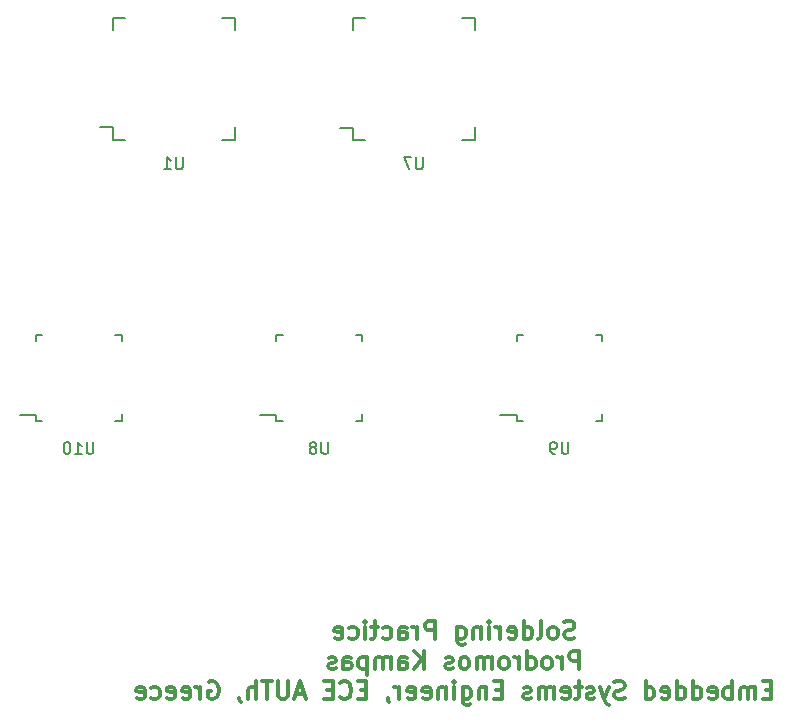
<source format=gbr>
G04 #@! TF.GenerationSoftware,KiCad,Pcbnew,(5.1.5)-3*
G04 #@! TF.CreationDate,2020-04-26T20:22:25+03:00*
G04 #@! TF.ProjectId,PCB soldering test board,50434220-736f-46c6-9465-72696e672074,rev?*
G04 #@! TF.SameCoordinates,Original*
G04 #@! TF.FileFunction,Legend,Bot*
G04 #@! TF.FilePolarity,Positive*
%FSLAX46Y46*%
G04 Gerber Fmt 4.6, Leading zero omitted, Abs format (unit mm)*
G04 Created by KiCad (PCBNEW (5.1.5)-3) date 2020-04-26 20:22:25*
%MOMM*%
%LPD*%
G04 APERTURE LIST*
%ADD10C,0.300000*%
%ADD11C,0.150000*%
G04 APERTURE END LIST*
D10*
X118093011Y-110858542D02*
X117878725Y-110929971D01*
X117521582Y-110929971D01*
X117378725Y-110858542D01*
X117307297Y-110787114D01*
X117235868Y-110644257D01*
X117235868Y-110501400D01*
X117307297Y-110358542D01*
X117378725Y-110287114D01*
X117521582Y-110215685D01*
X117807297Y-110144257D01*
X117950154Y-110072828D01*
X118021582Y-110001400D01*
X118093011Y-109858542D01*
X118093011Y-109715685D01*
X118021582Y-109572828D01*
X117950154Y-109501400D01*
X117807297Y-109429971D01*
X117450154Y-109429971D01*
X117235868Y-109501400D01*
X116378725Y-110929971D02*
X116521582Y-110858542D01*
X116593011Y-110787114D01*
X116664440Y-110644257D01*
X116664440Y-110215685D01*
X116593011Y-110072828D01*
X116521582Y-110001400D01*
X116378725Y-109929971D01*
X116164440Y-109929971D01*
X116021582Y-110001400D01*
X115950154Y-110072828D01*
X115878725Y-110215685D01*
X115878725Y-110644257D01*
X115950154Y-110787114D01*
X116021582Y-110858542D01*
X116164440Y-110929971D01*
X116378725Y-110929971D01*
X115021582Y-110929971D02*
X115164440Y-110858542D01*
X115235868Y-110715685D01*
X115235868Y-109429971D01*
X113807297Y-110929971D02*
X113807297Y-109429971D01*
X113807297Y-110858542D02*
X113950154Y-110929971D01*
X114235868Y-110929971D01*
X114378725Y-110858542D01*
X114450154Y-110787114D01*
X114521582Y-110644257D01*
X114521582Y-110215685D01*
X114450154Y-110072828D01*
X114378725Y-110001400D01*
X114235868Y-109929971D01*
X113950154Y-109929971D01*
X113807297Y-110001400D01*
X112521582Y-110858542D02*
X112664440Y-110929971D01*
X112950154Y-110929971D01*
X113093011Y-110858542D01*
X113164440Y-110715685D01*
X113164440Y-110144257D01*
X113093011Y-110001400D01*
X112950154Y-109929971D01*
X112664440Y-109929971D01*
X112521582Y-110001400D01*
X112450154Y-110144257D01*
X112450154Y-110287114D01*
X113164440Y-110429971D01*
X111807297Y-110929971D02*
X111807297Y-109929971D01*
X111807297Y-110215685D02*
X111735868Y-110072828D01*
X111664440Y-110001400D01*
X111521582Y-109929971D01*
X111378725Y-109929971D01*
X110878725Y-110929971D02*
X110878725Y-109929971D01*
X110878725Y-109429971D02*
X110950154Y-109501400D01*
X110878725Y-109572828D01*
X110807297Y-109501400D01*
X110878725Y-109429971D01*
X110878725Y-109572828D01*
X110164440Y-109929971D02*
X110164440Y-110929971D01*
X110164440Y-110072828D02*
X110093011Y-110001400D01*
X109950154Y-109929971D01*
X109735868Y-109929971D01*
X109593011Y-110001400D01*
X109521582Y-110144257D01*
X109521582Y-110929971D01*
X108164440Y-109929971D02*
X108164440Y-111144257D01*
X108235868Y-111287114D01*
X108307297Y-111358542D01*
X108450154Y-111429971D01*
X108664440Y-111429971D01*
X108807297Y-111358542D01*
X108164440Y-110858542D02*
X108307297Y-110929971D01*
X108593011Y-110929971D01*
X108735868Y-110858542D01*
X108807297Y-110787114D01*
X108878725Y-110644257D01*
X108878725Y-110215685D01*
X108807297Y-110072828D01*
X108735868Y-110001400D01*
X108593011Y-109929971D01*
X108307297Y-109929971D01*
X108164440Y-110001400D01*
X106307297Y-110929971D02*
X106307297Y-109429971D01*
X105735868Y-109429971D01*
X105593011Y-109501400D01*
X105521582Y-109572828D01*
X105450154Y-109715685D01*
X105450154Y-109929971D01*
X105521582Y-110072828D01*
X105593011Y-110144257D01*
X105735868Y-110215685D01*
X106307297Y-110215685D01*
X104807297Y-110929971D02*
X104807297Y-109929971D01*
X104807297Y-110215685D02*
X104735868Y-110072828D01*
X104664440Y-110001400D01*
X104521582Y-109929971D01*
X104378725Y-109929971D01*
X103235868Y-110929971D02*
X103235868Y-110144257D01*
X103307297Y-110001400D01*
X103450154Y-109929971D01*
X103735868Y-109929971D01*
X103878725Y-110001400D01*
X103235868Y-110858542D02*
X103378725Y-110929971D01*
X103735868Y-110929971D01*
X103878725Y-110858542D01*
X103950154Y-110715685D01*
X103950154Y-110572828D01*
X103878725Y-110429971D01*
X103735868Y-110358542D01*
X103378725Y-110358542D01*
X103235868Y-110287114D01*
X101878725Y-110858542D02*
X102021582Y-110929971D01*
X102307297Y-110929971D01*
X102450154Y-110858542D01*
X102521582Y-110787114D01*
X102593011Y-110644257D01*
X102593011Y-110215685D01*
X102521582Y-110072828D01*
X102450154Y-110001400D01*
X102307297Y-109929971D01*
X102021582Y-109929971D01*
X101878725Y-110001400D01*
X101450154Y-109929971D02*
X100878725Y-109929971D01*
X101235868Y-109429971D02*
X101235868Y-110715685D01*
X101164440Y-110858542D01*
X101021582Y-110929971D01*
X100878725Y-110929971D01*
X100378725Y-110929971D02*
X100378725Y-109929971D01*
X100378725Y-109429971D02*
X100450154Y-109501400D01*
X100378725Y-109572828D01*
X100307297Y-109501400D01*
X100378725Y-109429971D01*
X100378725Y-109572828D01*
X99021582Y-110858542D02*
X99164440Y-110929971D01*
X99450154Y-110929971D01*
X99593011Y-110858542D01*
X99664440Y-110787114D01*
X99735868Y-110644257D01*
X99735868Y-110215685D01*
X99664440Y-110072828D01*
X99593011Y-110001400D01*
X99450154Y-109929971D01*
X99164440Y-109929971D01*
X99021582Y-110001400D01*
X97807297Y-110858542D02*
X97950154Y-110929971D01*
X98235868Y-110929971D01*
X98378725Y-110858542D01*
X98450154Y-110715685D01*
X98450154Y-110144257D01*
X98378725Y-110001400D01*
X98235868Y-109929971D01*
X97950154Y-109929971D01*
X97807297Y-110001400D01*
X97735868Y-110144257D01*
X97735868Y-110287114D01*
X98450154Y-110429971D01*
X118521582Y-113479971D02*
X118521582Y-111979971D01*
X117950154Y-111979971D01*
X117807297Y-112051400D01*
X117735868Y-112122828D01*
X117664440Y-112265685D01*
X117664440Y-112479971D01*
X117735868Y-112622828D01*
X117807297Y-112694257D01*
X117950154Y-112765685D01*
X118521582Y-112765685D01*
X117021582Y-113479971D02*
X117021582Y-112479971D01*
X117021582Y-112765685D02*
X116950154Y-112622828D01*
X116878725Y-112551400D01*
X116735868Y-112479971D01*
X116593011Y-112479971D01*
X115878725Y-113479971D02*
X116021582Y-113408542D01*
X116093011Y-113337114D01*
X116164440Y-113194257D01*
X116164440Y-112765685D01*
X116093011Y-112622828D01*
X116021582Y-112551400D01*
X115878725Y-112479971D01*
X115664440Y-112479971D01*
X115521582Y-112551400D01*
X115450154Y-112622828D01*
X115378725Y-112765685D01*
X115378725Y-113194257D01*
X115450154Y-113337114D01*
X115521582Y-113408542D01*
X115664440Y-113479971D01*
X115878725Y-113479971D01*
X114093011Y-113479971D02*
X114093011Y-111979971D01*
X114093011Y-113408542D02*
X114235868Y-113479971D01*
X114521582Y-113479971D01*
X114664440Y-113408542D01*
X114735868Y-113337114D01*
X114807297Y-113194257D01*
X114807297Y-112765685D01*
X114735868Y-112622828D01*
X114664440Y-112551400D01*
X114521582Y-112479971D01*
X114235868Y-112479971D01*
X114093011Y-112551400D01*
X113378725Y-113479971D02*
X113378725Y-112479971D01*
X113378725Y-112765685D02*
X113307297Y-112622828D01*
X113235868Y-112551400D01*
X113093011Y-112479971D01*
X112950154Y-112479971D01*
X112235868Y-113479971D02*
X112378725Y-113408542D01*
X112450154Y-113337114D01*
X112521582Y-113194257D01*
X112521582Y-112765685D01*
X112450154Y-112622828D01*
X112378725Y-112551400D01*
X112235868Y-112479971D01*
X112021582Y-112479971D01*
X111878725Y-112551400D01*
X111807297Y-112622828D01*
X111735868Y-112765685D01*
X111735868Y-113194257D01*
X111807297Y-113337114D01*
X111878725Y-113408542D01*
X112021582Y-113479971D01*
X112235868Y-113479971D01*
X111093011Y-113479971D02*
X111093011Y-112479971D01*
X111093011Y-112622828D02*
X111021582Y-112551400D01*
X110878725Y-112479971D01*
X110664440Y-112479971D01*
X110521582Y-112551400D01*
X110450154Y-112694257D01*
X110450154Y-113479971D01*
X110450154Y-112694257D02*
X110378725Y-112551400D01*
X110235868Y-112479971D01*
X110021582Y-112479971D01*
X109878725Y-112551400D01*
X109807297Y-112694257D01*
X109807297Y-113479971D01*
X108878725Y-113479971D02*
X109021582Y-113408542D01*
X109093011Y-113337114D01*
X109164440Y-113194257D01*
X109164440Y-112765685D01*
X109093011Y-112622828D01*
X109021582Y-112551400D01*
X108878725Y-112479971D01*
X108664440Y-112479971D01*
X108521582Y-112551400D01*
X108450154Y-112622828D01*
X108378725Y-112765685D01*
X108378725Y-113194257D01*
X108450154Y-113337114D01*
X108521582Y-113408542D01*
X108664440Y-113479971D01*
X108878725Y-113479971D01*
X107807297Y-113408542D02*
X107664440Y-113479971D01*
X107378725Y-113479971D01*
X107235868Y-113408542D01*
X107164440Y-113265685D01*
X107164440Y-113194257D01*
X107235868Y-113051400D01*
X107378725Y-112979971D01*
X107593011Y-112979971D01*
X107735868Y-112908542D01*
X107807297Y-112765685D01*
X107807297Y-112694257D01*
X107735868Y-112551400D01*
X107593011Y-112479971D01*
X107378725Y-112479971D01*
X107235868Y-112551400D01*
X105378725Y-113479971D02*
X105378725Y-111979971D01*
X104521582Y-113479971D02*
X105164440Y-112622828D01*
X104521582Y-111979971D02*
X105378725Y-112837114D01*
X103235868Y-113479971D02*
X103235868Y-112694257D01*
X103307297Y-112551400D01*
X103450154Y-112479971D01*
X103735868Y-112479971D01*
X103878725Y-112551400D01*
X103235868Y-113408542D02*
X103378725Y-113479971D01*
X103735868Y-113479971D01*
X103878725Y-113408542D01*
X103950154Y-113265685D01*
X103950154Y-113122828D01*
X103878725Y-112979971D01*
X103735868Y-112908542D01*
X103378725Y-112908542D01*
X103235868Y-112837114D01*
X102521582Y-113479971D02*
X102521582Y-112479971D01*
X102521582Y-112622828D02*
X102450154Y-112551400D01*
X102307297Y-112479971D01*
X102093011Y-112479971D01*
X101950154Y-112551400D01*
X101878725Y-112694257D01*
X101878725Y-113479971D01*
X101878725Y-112694257D02*
X101807297Y-112551400D01*
X101664440Y-112479971D01*
X101450154Y-112479971D01*
X101307297Y-112551400D01*
X101235868Y-112694257D01*
X101235868Y-113479971D01*
X100521582Y-112479971D02*
X100521582Y-113979971D01*
X100521582Y-112551400D02*
X100378725Y-112479971D01*
X100093011Y-112479971D01*
X99950154Y-112551400D01*
X99878725Y-112622828D01*
X99807297Y-112765685D01*
X99807297Y-113194257D01*
X99878725Y-113337114D01*
X99950154Y-113408542D01*
X100093011Y-113479971D01*
X100378725Y-113479971D01*
X100521582Y-113408542D01*
X98521582Y-113479971D02*
X98521582Y-112694257D01*
X98593011Y-112551400D01*
X98735868Y-112479971D01*
X99021582Y-112479971D01*
X99164440Y-112551400D01*
X98521582Y-113408542D02*
X98664440Y-113479971D01*
X99021582Y-113479971D01*
X99164440Y-113408542D01*
X99235868Y-113265685D01*
X99235868Y-113122828D01*
X99164440Y-112979971D01*
X99021582Y-112908542D01*
X98664440Y-112908542D01*
X98521582Y-112837114D01*
X97878725Y-113408542D02*
X97735868Y-113479971D01*
X97450154Y-113479971D01*
X97307297Y-113408542D01*
X97235868Y-113265685D01*
X97235868Y-113194257D01*
X97307297Y-113051400D01*
X97450154Y-112979971D01*
X97664440Y-112979971D01*
X97807297Y-112908542D01*
X97878725Y-112765685D01*
X97878725Y-112694257D01*
X97807297Y-112551400D01*
X97664440Y-112479971D01*
X97450154Y-112479971D01*
X97307297Y-112551400D01*
X134771582Y-115244257D02*
X134271582Y-115244257D01*
X134057297Y-116029971D02*
X134771582Y-116029971D01*
X134771582Y-114529971D01*
X134057297Y-114529971D01*
X133414440Y-116029971D02*
X133414440Y-115029971D01*
X133414440Y-115172828D02*
X133343011Y-115101400D01*
X133200154Y-115029971D01*
X132985868Y-115029971D01*
X132843011Y-115101400D01*
X132771582Y-115244257D01*
X132771582Y-116029971D01*
X132771582Y-115244257D02*
X132700154Y-115101400D01*
X132557297Y-115029971D01*
X132343011Y-115029971D01*
X132200154Y-115101400D01*
X132128725Y-115244257D01*
X132128725Y-116029971D01*
X131414440Y-116029971D02*
X131414440Y-114529971D01*
X131414440Y-115101400D02*
X131271582Y-115029971D01*
X130985868Y-115029971D01*
X130843011Y-115101400D01*
X130771582Y-115172828D01*
X130700154Y-115315685D01*
X130700154Y-115744257D01*
X130771582Y-115887114D01*
X130843011Y-115958542D01*
X130985868Y-116029971D01*
X131271582Y-116029971D01*
X131414440Y-115958542D01*
X129485868Y-115958542D02*
X129628725Y-116029971D01*
X129914440Y-116029971D01*
X130057297Y-115958542D01*
X130128725Y-115815685D01*
X130128725Y-115244257D01*
X130057297Y-115101400D01*
X129914440Y-115029971D01*
X129628725Y-115029971D01*
X129485868Y-115101400D01*
X129414440Y-115244257D01*
X129414440Y-115387114D01*
X130128725Y-115529971D01*
X128128725Y-116029971D02*
X128128725Y-114529971D01*
X128128725Y-115958542D02*
X128271582Y-116029971D01*
X128557297Y-116029971D01*
X128700154Y-115958542D01*
X128771582Y-115887114D01*
X128843011Y-115744257D01*
X128843011Y-115315685D01*
X128771582Y-115172828D01*
X128700154Y-115101400D01*
X128557297Y-115029971D01*
X128271582Y-115029971D01*
X128128725Y-115101400D01*
X126771582Y-116029971D02*
X126771582Y-114529971D01*
X126771582Y-115958542D02*
X126914440Y-116029971D01*
X127200154Y-116029971D01*
X127343011Y-115958542D01*
X127414440Y-115887114D01*
X127485868Y-115744257D01*
X127485868Y-115315685D01*
X127414440Y-115172828D01*
X127343011Y-115101400D01*
X127200154Y-115029971D01*
X126914440Y-115029971D01*
X126771582Y-115101400D01*
X125485868Y-115958542D02*
X125628725Y-116029971D01*
X125914440Y-116029971D01*
X126057297Y-115958542D01*
X126128725Y-115815685D01*
X126128725Y-115244257D01*
X126057297Y-115101400D01*
X125914440Y-115029971D01*
X125628725Y-115029971D01*
X125485868Y-115101400D01*
X125414440Y-115244257D01*
X125414440Y-115387114D01*
X126128725Y-115529971D01*
X124128725Y-116029971D02*
X124128725Y-114529971D01*
X124128725Y-115958542D02*
X124271582Y-116029971D01*
X124557297Y-116029971D01*
X124700154Y-115958542D01*
X124771582Y-115887114D01*
X124843011Y-115744257D01*
X124843011Y-115315685D01*
X124771582Y-115172828D01*
X124700154Y-115101400D01*
X124557297Y-115029971D01*
X124271582Y-115029971D01*
X124128725Y-115101400D01*
X122343011Y-115958542D02*
X122128725Y-116029971D01*
X121771582Y-116029971D01*
X121628725Y-115958542D01*
X121557297Y-115887114D01*
X121485868Y-115744257D01*
X121485868Y-115601400D01*
X121557297Y-115458542D01*
X121628725Y-115387114D01*
X121771582Y-115315685D01*
X122057297Y-115244257D01*
X122200154Y-115172828D01*
X122271582Y-115101400D01*
X122343011Y-114958542D01*
X122343011Y-114815685D01*
X122271582Y-114672828D01*
X122200154Y-114601400D01*
X122057297Y-114529971D01*
X121700154Y-114529971D01*
X121485868Y-114601400D01*
X120985868Y-115029971D02*
X120628725Y-116029971D01*
X120271582Y-115029971D02*
X120628725Y-116029971D01*
X120771582Y-116387114D01*
X120843011Y-116458542D01*
X120985868Y-116529971D01*
X119771582Y-115958542D02*
X119628725Y-116029971D01*
X119343011Y-116029971D01*
X119200154Y-115958542D01*
X119128725Y-115815685D01*
X119128725Y-115744257D01*
X119200154Y-115601400D01*
X119343011Y-115529971D01*
X119557297Y-115529971D01*
X119700154Y-115458542D01*
X119771582Y-115315685D01*
X119771582Y-115244257D01*
X119700154Y-115101400D01*
X119557297Y-115029971D01*
X119343011Y-115029971D01*
X119200154Y-115101400D01*
X118700154Y-115029971D02*
X118128725Y-115029971D01*
X118485868Y-114529971D02*
X118485868Y-115815685D01*
X118414440Y-115958542D01*
X118271582Y-116029971D01*
X118128725Y-116029971D01*
X117057297Y-115958542D02*
X117200154Y-116029971D01*
X117485868Y-116029971D01*
X117628725Y-115958542D01*
X117700154Y-115815685D01*
X117700154Y-115244257D01*
X117628725Y-115101400D01*
X117485868Y-115029971D01*
X117200154Y-115029971D01*
X117057297Y-115101400D01*
X116985868Y-115244257D01*
X116985868Y-115387114D01*
X117700154Y-115529971D01*
X116343011Y-116029971D02*
X116343011Y-115029971D01*
X116343011Y-115172828D02*
X116271582Y-115101400D01*
X116128725Y-115029971D01*
X115914440Y-115029971D01*
X115771582Y-115101400D01*
X115700154Y-115244257D01*
X115700154Y-116029971D01*
X115700154Y-115244257D02*
X115628725Y-115101400D01*
X115485868Y-115029971D01*
X115271582Y-115029971D01*
X115128725Y-115101400D01*
X115057297Y-115244257D01*
X115057297Y-116029971D01*
X114414440Y-115958542D02*
X114271582Y-116029971D01*
X113985868Y-116029971D01*
X113843011Y-115958542D01*
X113771582Y-115815685D01*
X113771582Y-115744257D01*
X113843011Y-115601400D01*
X113985868Y-115529971D01*
X114200154Y-115529971D01*
X114343011Y-115458542D01*
X114414440Y-115315685D01*
X114414440Y-115244257D01*
X114343011Y-115101400D01*
X114200154Y-115029971D01*
X113985868Y-115029971D01*
X113843011Y-115101400D01*
X111985868Y-115244257D02*
X111485868Y-115244257D01*
X111271582Y-116029971D02*
X111985868Y-116029971D01*
X111985868Y-114529971D01*
X111271582Y-114529971D01*
X110628725Y-115029971D02*
X110628725Y-116029971D01*
X110628725Y-115172828D02*
X110557297Y-115101400D01*
X110414440Y-115029971D01*
X110200154Y-115029971D01*
X110057297Y-115101400D01*
X109985868Y-115244257D01*
X109985868Y-116029971D01*
X108628725Y-115029971D02*
X108628725Y-116244257D01*
X108700154Y-116387114D01*
X108771582Y-116458542D01*
X108914440Y-116529971D01*
X109128725Y-116529971D01*
X109271582Y-116458542D01*
X108628725Y-115958542D02*
X108771582Y-116029971D01*
X109057297Y-116029971D01*
X109200154Y-115958542D01*
X109271582Y-115887114D01*
X109343011Y-115744257D01*
X109343011Y-115315685D01*
X109271582Y-115172828D01*
X109200154Y-115101400D01*
X109057297Y-115029971D01*
X108771582Y-115029971D01*
X108628725Y-115101400D01*
X107914440Y-116029971D02*
X107914440Y-115029971D01*
X107914440Y-114529971D02*
X107985868Y-114601400D01*
X107914440Y-114672828D01*
X107843011Y-114601400D01*
X107914440Y-114529971D01*
X107914440Y-114672828D01*
X107200154Y-115029971D02*
X107200154Y-116029971D01*
X107200154Y-115172828D02*
X107128725Y-115101400D01*
X106985868Y-115029971D01*
X106771582Y-115029971D01*
X106628725Y-115101400D01*
X106557297Y-115244257D01*
X106557297Y-116029971D01*
X105271582Y-115958542D02*
X105414440Y-116029971D01*
X105700154Y-116029971D01*
X105843011Y-115958542D01*
X105914440Y-115815685D01*
X105914440Y-115244257D01*
X105843011Y-115101400D01*
X105700154Y-115029971D01*
X105414440Y-115029971D01*
X105271582Y-115101400D01*
X105200154Y-115244257D01*
X105200154Y-115387114D01*
X105914440Y-115529971D01*
X103985868Y-115958542D02*
X104128725Y-116029971D01*
X104414440Y-116029971D01*
X104557297Y-115958542D01*
X104628725Y-115815685D01*
X104628725Y-115244257D01*
X104557297Y-115101400D01*
X104414440Y-115029971D01*
X104128725Y-115029971D01*
X103985868Y-115101400D01*
X103914440Y-115244257D01*
X103914440Y-115387114D01*
X104628725Y-115529971D01*
X103271582Y-116029971D02*
X103271582Y-115029971D01*
X103271582Y-115315685D02*
X103200154Y-115172828D01*
X103128725Y-115101400D01*
X102985868Y-115029971D01*
X102843011Y-115029971D01*
X102271582Y-115958542D02*
X102271582Y-116029971D01*
X102343011Y-116172828D01*
X102414440Y-116244257D01*
X100485868Y-115244257D02*
X99985868Y-115244257D01*
X99771582Y-116029971D02*
X100485868Y-116029971D01*
X100485868Y-114529971D01*
X99771582Y-114529971D01*
X98271582Y-115887114D02*
X98343011Y-115958542D01*
X98557297Y-116029971D01*
X98700154Y-116029971D01*
X98914440Y-115958542D01*
X99057297Y-115815685D01*
X99128725Y-115672828D01*
X99200154Y-115387114D01*
X99200154Y-115172828D01*
X99128725Y-114887114D01*
X99057297Y-114744257D01*
X98914440Y-114601400D01*
X98700154Y-114529971D01*
X98557297Y-114529971D01*
X98343011Y-114601400D01*
X98271582Y-114672828D01*
X97628725Y-115244257D02*
X97128725Y-115244257D01*
X96914440Y-116029971D02*
X97628725Y-116029971D01*
X97628725Y-114529971D01*
X96914440Y-114529971D01*
X95200154Y-115601400D02*
X94485868Y-115601400D01*
X95343011Y-116029971D02*
X94843011Y-114529971D01*
X94343011Y-116029971D01*
X93843011Y-114529971D02*
X93843011Y-115744257D01*
X93771582Y-115887114D01*
X93700154Y-115958542D01*
X93557297Y-116029971D01*
X93271582Y-116029971D01*
X93128725Y-115958542D01*
X93057297Y-115887114D01*
X92985868Y-115744257D01*
X92985868Y-114529971D01*
X92485868Y-114529971D02*
X91628725Y-114529971D01*
X92057297Y-116029971D02*
X92057297Y-114529971D01*
X91128725Y-116029971D02*
X91128725Y-114529971D01*
X90485868Y-116029971D02*
X90485868Y-115244257D01*
X90557297Y-115101400D01*
X90700154Y-115029971D01*
X90914440Y-115029971D01*
X91057297Y-115101400D01*
X91128725Y-115172828D01*
X89700154Y-115958542D02*
X89700154Y-116029971D01*
X89771582Y-116172828D01*
X89843011Y-116244257D01*
X87128725Y-114601400D02*
X87271582Y-114529971D01*
X87485868Y-114529971D01*
X87700154Y-114601400D01*
X87843011Y-114744257D01*
X87914440Y-114887114D01*
X87985868Y-115172828D01*
X87985868Y-115387114D01*
X87914440Y-115672828D01*
X87843011Y-115815685D01*
X87700154Y-115958542D01*
X87485868Y-116029971D01*
X87343011Y-116029971D01*
X87128725Y-115958542D01*
X87057297Y-115887114D01*
X87057297Y-115387114D01*
X87343011Y-115387114D01*
X86414440Y-116029971D02*
X86414440Y-115029971D01*
X86414440Y-115315685D02*
X86343011Y-115172828D01*
X86271582Y-115101400D01*
X86128725Y-115029971D01*
X85985868Y-115029971D01*
X84914440Y-115958542D02*
X85057297Y-116029971D01*
X85343011Y-116029971D01*
X85485868Y-115958542D01*
X85557297Y-115815685D01*
X85557297Y-115244257D01*
X85485868Y-115101400D01*
X85343011Y-115029971D01*
X85057297Y-115029971D01*
X84914440Y-115101400D01*
X84843011Y-115244257D01*
X84843011Y-115387114D01*
X85557297Y-115529971D01*
X83628725Y-115958542D02*
X83771582Y-116029971D01*
X84057297Y-116029971D01*
X84200154Y-115958542D01*
X84271582Y-115815685D01*
X84271582Y-115244257D01*
X84200154Y-115101400D01*
X84057297Y-115029971D01*
X83771582Y-115029971D01*
X83628725Y-115101400D01*
X83557297Y-115244257D01*
X83557297Y-115387114D01*
X84271582Y-115529971D01*
X82271582Y-115958542D02*
X82414440Y-116029971D01*
X82700154Y-116029971D01*
X82843011Y-115958542D01*
X82914440Y-115887114D01*
X82985868Y-115744257D01*
X82985868Y-115315685D01*
X82914440Y-115172828D01*
X82843011Y-115101400D01*
X82700154Y-115029971D01*
X82414440Y-115029971D01*
X82271582Y-115101400D01*
X81057297Y-115958542D02*
X81200154Y-116029971D01*
X81485868Y-116029971D01*
X81628725Y-115958542D01*
X81700154Y-115815685D01*
X81700154Y-115244257D01*
X81628725Y-115101400D01*
X81485868Y-115029971D01*
X81200154Y-115029971D01*
X81057297Y-115101400D01*
X80985868Y-115244257D01*
X80985868Y-115387114D01*
X81700154Y-115529971D01*
D11*
X78987900Y-67605080D02*
X77962900Y-67605080D01*
X89337900Y-68680080D02*
X88262900Y-68680080D01*
X89337900Y-58330080D02*
X88262900Y-58330080D01*
X78987900Y-58330080D02*
X80062900Y-58330080D01*
X78987900Y-68680080D02*
X80062900Y-68680080D01*
X78987900Y-58330080D02*
X78987900Y-59405080D01*
X89337900Y-58330080D02*
X89337900Y-59405080D01*
X89337900Y-68680080D02*
X89337900Y-67605080D01*
X78987900Y-68680080D02*
X78987900Y-67605080D01*
X99307900Y-67680080D02*
X98282900Y-67680080D01*
X109657900Y-68680080D02*
X108582900Y-68680080D01*
X109657900Y-58330080D02*
X108582900Y-58330080D01*
X99307900Y-58330080D02*
X100382900Y-58330080D01*
X99307900Y-68680080D02*
X100382900Y-68680080D01*
X99307900Y-58330080D02*
X99307900Y-59405080D01*
X109657900Y-58330080D02*
X109657900Y-59405080D01*
X109657900Y-68680080D02*
X109657900Y-67605080D01*
X99307900Y-68680080D02*
X99307900Y-67680080D01*
X72506420Y-92001340D02*
X71131420Y-92001340D01*
X79756420Y-92451340D02*
X79231420Y-92451340D01*
X79756420Y-85201340D02*
X79231420Y-85201340D01*
X72506420Y-85201340D02*
X73031420Y-85201340D01*
X72506420Y-92451340D02*
X73031420Y-92451340D01*
X72506420Y-85201340D02*
X72506420Y-85726340D01*
X79756420Y-85201340D02*
X79756420Y-85726340D01*
X79756420Y-92451340D02*
X79756420Y-91926340D01*
X72506420Y-92451340D02*
X72506420Y-92001340D01*
X113199760Y-92001340D02*
X111824760Y-92001340D01*
X120449760Y-92451340D02*
X119924760Y-92451340D01*
X120449760Y-85201340D02*
X119924760Y-85201340D01*
X113199760Y-85201340D02*
X113724760Y-85201340D01*
X113199760Y-92451340D02*
X113724760Y-92451340D01*
X113199760Y-85201340D02*
X113199760Y-85726340D01*
X120449760Y-85201340D02*
X120449760Y-85726340D01*
X120449760Y-92451340D02*
X120449760Y-91926340D01*
X113199760Y-92451340D02*
X113199760Y-92001340D01*
X92854360Y-92001340D02*
X91479360Y-92001340D01*
X100104360Y-92451340D02*
X99579360Y-92451340D01*
X100104360Y-85201340D02*
X99579360Y-85201340D01*
X92854360Y-85201340D02*
X93379360Y-85201340D01*
X92854360Y-92451340D02*
X93379360Y-92451340D01*
X92854360Y-85201340D02*
X92854360Y-85726340D01*
X100104360Y-85201340D02*
X100104360Y-85726340D01*
X100104360Y-92451340D02*
X100104360Y-91926340D01*
X92854360Y-92451340D02*
X92854360Y-92001340D01*
X84924804Y-70157460D02*
X84924804Y-70966984D01*
X84877185Y-71062222D01*
X84829566Y-71109841D01*
X84734328Y-71157460D01*
X84543852Y-71157460D01*
X84448614Y-71109841D01*
X84400995Y-71062222D01*
X84353376Y-70966984D01*
X84353376Y-70157460D01*
X83353376Y-71157460D02*
X83924804Y-71157460D01*
X83639090Y-71157460D02*
X83639090Y-70157460D01*
X83734328Y-70300318D01*
X83829566Y-70395556D01*
X83924804Y-70443175D01*
X105244804Y-70157460D02*
X105244804Y-70966984D01*
X105197185Y-71062222D01*
X105149566Y-71109841D01*
X105054328Y-71157460D01*
X104863852Y-71157460D01*
X104768614Y-71109841D01*
X104720995Y-71062222D01*
X104673376Y-70966984D01*
X104673376Y-70157460D01*
X104292423Y-70157460D02*
X103625757Y-70157460D01*
X104054328Y-71157460D01*
X77369515Y-94278720D02*
X77369515Y-95088244D01*
X77321896Y-95183482D01*
X77274277Y-95231101D01*
X77179039Y-95278720D01*
X76988562Y-95278720D01*
X76893324Y-95231101D01*
X76845705Y-95183482D01*
X76798086Y-95088244D01*
X76798086Y-94278720D01*
X75798086Y-95278720D02*
X76369515Y-95278720D01*
X76083800Y-95278720D02*
X76083800Y-94278720D01*
X76179039Y-94421578D01*
X76274277Y-94516816D01*
X76369515Y-94564435D01*
X75179039Y-94278720D02*
X75083800Y-94278720D01*
X74988562Y-94326340D01*
X74940943Y-94373959D01*
X74893324Y-94469197D01*
X74845705Y-94659673D01*
X74845705Y-94897768D01*
X74893324Y-95088244D01*
X74940943Y-95183482D01*
X74988562Y-95231101D01*
X75083800Y-95278720D01*
X75179039Y-95278720D01*
X75274277Y-95231101D01*
X75321896Y-95183482D01*
X75369515Y-95088244D01*
X75417134Y-94897768D01*
X75417134Y-94659673D01*
X75369515Y-94469197D01*
X75321896Y-94373959D01*
X75274277Y-94326340D01*
X75179039Y-94278720D01*
X117586664Y-94278720D02*
X117586664Y-95088244D01*
X117539045Y-95183482D01*
X117491426Y-95231101D01*
X117396188Y-95278720D01*
X117205712Y-95278720D01*
X117110474Y-95231101D01*
X117062855Y-95183482D01*
X117015236Y-95088244D01*
X117015236Y-94278720D01*
X116491426Y-95278720D02*
X116300950Y-95278720D01*
X116205712Y-95231101D01*
X116158093Y-95183482D01*
X116062855Y-95040625D01*
X116015236Y-94850149D01*
X116015236Y-94469197D01*
X116062855Y-94373959D01*
X116110474Y-94326340D01*
X116205712Y-94278720D01*
X116396188Y-94278720D01*
X116491426Y-94326340D01*
X116539045Y-94373959D01*
X116586664Y-94469197D01*
X116586664Y-94707292D01*
X116539045Y-94802530D01*
X116491426Y-94850149D01*
X116396188Y-94897768D01*
X116205712Y-94897768D01*
X116110474Y-94850149D01*
X116062855Y-94802530D01*
X116015236Y-94707292D01*
X97241264Y-94278720D02*
X97241264Y-95088244D01*
X97193645Y-95183482D01*
X97146026Y-95231101D01*
X97050788Y-95278720D01*
X96860312Y-95278720D01*
X96765074Y-95231101D01*
X96717455Y-95183482D01*
X96669836Y-95088244D01*
X96669836Y-94278720D01*
X96050788Y-94707292D02*
X96146026Y-94659673D01*
X96193645Y-94612054D01*
X96241264Y-94516816D01*
X96241264Y-94469197D01*
X96193645Y-94373959D01*
X96146026Y-94326340D01*
X96050788Y-94278720D01*
X95860312Y-94278720D01*
X95765074Y-94326340D01*
X95717455Y-94373959D01*
X95669836Y-94469197D01*
X95669836Y-94516816D01*
X95717455Y-94612054D01*
X95765074Y-94659673D01*
X95860312Y-94707292D01*
X96050788Y-94707292D01*
X96146026Y-94754911D01*
X96193645Y-94802530D01*
X96241264Y-94897768D01*
X96241264Y-95088244D01*
X96193645Y-95183482D01*
X96146026Y-95231101D01*
X96050788Y-95278720D01*
X95860312Y-95278720D01*
X95765074Y-95231101D01*
X95717455Y-95183482D01*
X95669836Y-95088244D01*
X95669836Y-94897768D01*
X95717455Y-94802530D01*
X95765074Y-94754911D01*
X95860312Y-94707292D01*
M02*

</source>
